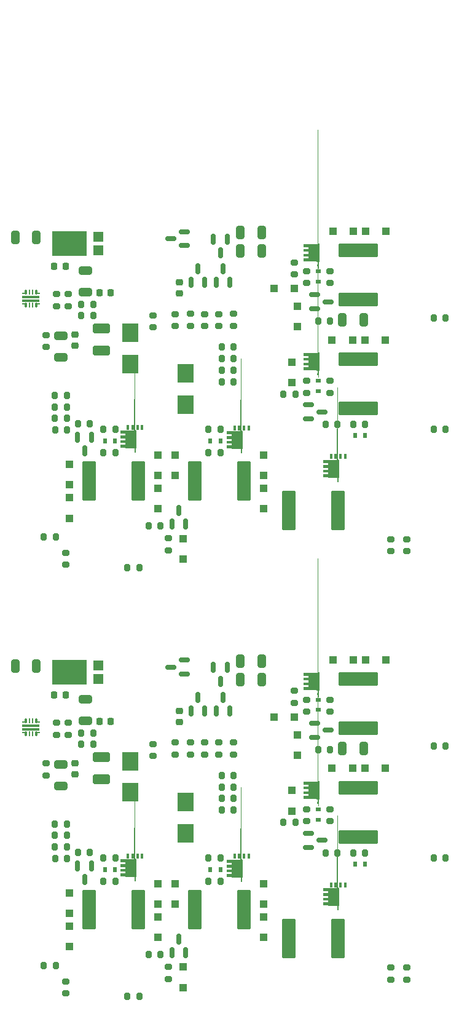
<source format=gbr>
%TF.GenerationSoftware,KiCad,Pcbnew,8.0.2+dfsg-1*%
%TF.CreationDate,2024-06-03T21:11:43+01:00*%
%TF.ProjectId,panel,70616e65-6c2e-46b6-9963-61645f706362,rev?*%
%TF.SameCoordinates,Original*%
%TF.FileFunction,Paste,Bot*%
%TF.FilePolarity,Positive*%
%FSLAX46Y46*%
G04 Gerber Fmt 4.6, Leading zero omitted, Abs format (unit mm)*
G04 Created by KiCad (PCBNEW 8.0.2+dfsg-1) date 2024-06-03 21:11:43*
%MOMM*%
%LPD*%
G01*
G04 APERTURE LIST*
G04 Aperture macros list*
%AMRoundRect*
0 Rectangle with rounded corners*
0 $1 Rounding radius*
0 $2 $3 $4 $5 $6 $7 $8 $9 X,Y pos of 4 corners*
0 Add a 4 corners polygon primitive as box body*
4,1,4,$2,$3,$4,$5,$6,$7,$8,$9,$2,$3,0*
0 Add four circle primitives for the rounded corners*
1,1,$1+$1,$2,$3*
1,1,$1+$1,$4,$5*
1,1,$1+$1,$6,$7*
1,1,$1+$1,$8,$9*
0 Add four rect primitives between the rounded corners*
20,1,$1+$1,$2,$3,$4,$5,0*
20,1,$1+$1,$4,$5,$6,$7,0*
20,1,$1+$1,$6,$7,$8,$9,0*
20,1,$1+$1,$8,$9,$2,$3,0*%
%AMFreePoly0*
4,1,5,0.202500,-0.377500,-0.202500,-0.377500,-0.202500,0.377500,0.202500,0.377500,0.202500,-0.377500,0.202500,-0.377500,$1*%
%AMFreePoly1*
4,1,53,0.118849,1.240000,0.127973,1.217973,0.150000,1.208849,0.168849,1.208849,0.168849,-1.228849,0.150000,-1.228849,0.127973,-1.237973,0.118849,-1.260000,0.118849,-1.828849,-0.118849,-1.828849,-0.118849,-1.260000,-0.127973,-1.237973,-0.150000,-1.228849,-1.318849,-1.228849,-1.318849,-1.210000,-1.327973,-1.187973,-1.350000,-1.178849,-2.018849,-1.178849,-2.018849,-0.791151,-1.350000,-0.791151,
-1.327973,-0.782027,-1.318849,-0.760000,-1.318849,-0.560000,-1.327973,-0.537973,-1.350000,-0.528849,-2.018849,-0.528849,-2.018849,-0.141151,-1.350000,-0.141151,-1.327973,-0.132027,-1.318849,-0.110000,-1.318849,0.090000,-1.327973,0.112027,-1.350000,0.121151,-2.018849,0.121151,-2.018849,0.508849,-1.350000,0.508849,-1.327973,0.517973,-1.318849,0.540000,-1.318849,0.740000,-1.327973,0.762027,
-1.350000,0.771151,-2.018849,0.771151,-2.018849,1.158849,-1.350000,1.158849,-1.327973,1.167973,-1.318849,1.190000,-1.318849,1.208849,-0.150000,1.208849,-0.127973,1.217973,-0.118849,1.240000,-0.118849,1.808849,0.118849,1.808849,0.118849,1.240000,0.118849,1.240000,$1*%
G04 Aperture macros list end*
%ADD10FreePoly0,270.000000*%
%ADD11FreePoly1,180.000000*%
%ADD12RoundRect,0.200000X-0.200000X-0.275000X0.200000X-0.275000X0.200000X0.275000X-0.200000X0.275000X0*%
%ADD13RoundRect,0.200000X0.200000X0.275000X-0.200000X0.275000X-0.200000X-0.275000X0.200000X-0.275000X0*%
%ADD14R,0.600000X0.700000*%
%ADD15RoundRect,0.150000X0.150000X-0.587500X0.150000X0.587500X-0.150000X0.587500X-0.150000X-0.587500X0*%
%ADD16RoundRect,0.200000X-0.275000X0.200000X-0.275000X-0.200000X0.275000X-0.200000X0.275000X0.200000X0*%
%ADD17FreePoly0,180.000000*%
%ADD18FreePoly1,90.000000*%
%ADD19RoundRect,0.200000X0.275000X-0.200000X0.275000X0.200000X-0.275000X0.200000X-0.275000X-0.200000X0*%
%ADD20R,1.100000X1.100000*%
%ADD21RoundRect,0.250000X-0.325000X-0.650000X0.325000X-0.650000X0.325000X0.650000X-0.325000X0.650000X0*%
%ADD22RoundRect,0.150000X0.587500X0.150000X-0.587500X0.150000X-0.587500X-0.150000X0.587500X-0.150000X0*%
%ADD23RoundRect,0.225000X0.225000X0.250000X-0.225000X0.250000X-0.225000X-0.250000X0.225000X-0.250000X0*%
%ADD24RoundRect,0.250000X-2.475000X0.712500X-2.475000X-0.712500X2.475000X-0.712500X2.475000X0.712500X0*%
%ADD25R,2.300000X2.500000*%
%ADD26RoundRect,0.225000X-0.250000X0.225000X-0.250000X-0.225000X0.250000X-0.225000X0.250000X0.225000X0*%
%ADD27R,4.860000X3.360000*%
%ADD28R,1.400000X1.390000*%
%ADD29RoundRect,0.050000X0.100000X-0.250000X0.100000X0.250000X-0.100000X0.250000X-0.100000X-0.250000X0*%
%ADD30RoundRect,0.050000X0.275000X-0.075000X0.275000X0.075000X-0.275000X0.075000X-0.275000X-0.075000X0*%
%ADD31RoundRect,0.050000X0.075000X-0.250000X0.075000X0.250000X-0.075000X0.250000X-0.075000X-0.250000X0*%
%ADD32RoundRect,0.050000X1.150000X-0.100000X1.150000X0.100000X-1.150000X0.100000X-1.150000X-0.100000X0*%
%ADD33RoundRect,0.250000X-0.712500X-2.475000X0.712500X-2.475000X0.712500X2.475000X-0.712500X2.475000X0*%
%ADD34RoundRect,0.150000X-0.150000X0.587500X-0.150000X-0.587500X0.150000X-0.587500X0.150000X0.587500X0*%
%ADD35RoundRect,0.250000X-0.650000X0.325000X-0.650000X-0.325000X0.650000X-0.325000X0.650000X0.325000X0*%
%ADD36RoundRect,0.150000X-0.587500X-0.150000X0.587500X-0.150000X0.587500X0.150000X-0.587500X0.150000X0*%
%ADD37RoundRect,0.250000X-0.925000X0.412500X-0.925000X-0.412500X0.925000X-0.412500X0.925000X0.412500X0*%
%ADD38RoundRect,0.250000X0.650000X-0.325000X0.650000X0.325000X-0.650000X0.325000X-0.650000X-0.325000X0*%
%ADD39RoundRect,0.225000X-0.225000X-0.250000X0.225000X-0.250000X0.225000X0.250000X-0.225000X0.250000X0*%
%ADD40RoundRect,0.250000X0.325000X0.650000X-0.325000X0.650000X-0.325000X-0.650000X0.325000X-0.650000X0*%
%ADD41RoundRect,0.250000X0.712500X2.475000X-0.712500X2.475000X-0.712500X-2.475000X0.712500X-2.475000X0*%
%ADD42R,0.700000X0.600000*%
G04 APERTURE END LIST*
D10*
%TO.C,Q7*%
X159250000Y-96275000D03*
D11*
X160900000Y-97260000D03*
D10*
X159250000Y-96925000D03*
X159250000Y-97575000D03*
X159250000Y-98225000D03*
%TD*%
D12*
%TO.C,R27*%
X147575000Y-110200000D03*
X149225000Y-110200000D03*
%TD*%
D13*
%TO.C,R22*%
X162525000Y-106700000D03*
X160875000Y-106700000D03*
%TD*%
D14*
%TO.C,D6*%
X165950000Y-122400000D03*
X167350000Y-122400000D03*
%TD*%
D15*
%TO.C,D33*%
X145250000Y-101337500D03*
X143350000Y-101337500D03*
X144300000Y-99462500D03*
%TD*%
D16*
%TO.C,R3*%
X159300000Y-114875000D03*
X159300000Y-116525000D03*
%TD*%
%TO.C,R36*%
X141200000Y-46687500D03*
X141200000Y-48337500D03*
%TD*%
D17*
%TO.C,Q2*%
X136625000Y-62300000D03*
D18*
X135640000Y-63950000D03*
D17*
X135975000Y-62300000D03*
X135325000Y-62300000D03*
X134675000Y-62300000D03*
%TD*%
D19*
%TO.C,R7*%
X162500000Y-116525000D03*
X162500000Y-114875000D03*
%TD*%
D12*
%TO.C,R6*%
X131275000Y-65800000D03*
X132925000Y-65800000D03*
%TD*%
D20*
%TO.C,D10*%
X138800000Y-70700000D03*
X138800000Y-73500000D03*
%TD*%
D13*
%TO.C,R12*%
X163525000Y-61900000D03*
X161875000Y-61900000D03*
%TD*%
D14*
%TO.C,D2*%
X131500000Y-64200000D03*
X132900000Y-64200000D03*
%TD*%
D20*
%TO.C,D28*%
X158000000Y-45600000D03*
X158000000Y-48400000D03*
%TD*%
D13*
%TO.C,R16*%
X178425000Y-47200000D03*
X176775000Y-47200000D03*
%TD*%
%TO.C,R2*%
X132925000Y-121600000D03*
X131275000Y-121600000D03*
%TD*%
D21*
%TO.C,C12*%
X164225000Y-47500000D03*
X167175000Y-47500000D03*
%TD*%
D20*
%TO.C,D22*%
X162900000Y-35300000D03*
X165700000Y-35300000D03*
%TD*%
D16*
%TO.C,R36*%
X141200000Y-105687500D03*
X141200000Y-107337500D03*
%TD*%
D22*
%TO.C,D35*%
X142437500Y-35350000D03*
X142437500Y-37250000D03*
X140562500Y-36300000D03*
%TD*%
D21*
%TO.C,C10*%
X119125000Y-95125000D03*
X122075000Y-95125000D03*
%TD*%
D14*
%TO.C,D17*%
X146000000Y-64200000D03*
X147400000Y-64200000D03*
%TD*%
D20*
%TO.C,D23*%
X153350000Y-70700000D03*
X153350000Y-73500000D03*
%TD*%
D13*
%TO.C,R12*%
X163525000Y-120900000D03*
X161875000Y-120900000D03*
%TD*%
D23*
%TO.C,C17*%
X126075000Y-99100000D03*
X124525000Y-99100000D03*
%TD*%
D19*
%TO.C,R23*%
X173100000Y-79325000D03*
X173100000Y-77675000D03*
%TD*%
D15*
%TO.C,Q8*%
X142650000Y-134637500D03*
X140750000Y-134637500D03*
X141700000Y-132762500D03*
%TD*%
D24*
%TO.C,F3*%
X166400000Y-111912500D03*
X166400000Y-118687500D03*
%TD*%
D12*
%TO.C,R8*%
X165700000Y-61900000D03*
X167350000Y-61900000D03*
%TD*%
D20*
%TO.C,D25*%
X141200000Y-66100000D03*
X141200000Y-68900000D03*
%TD*%
D25*
%TO.C,D7*%
X142600000Y-118150000D03*
X142600000Y-113850000D03*
%TD*%
D19*
%TO.C,R20*%
X157600000Y-100225000D03*
X157600000Y-98575000D03*
%TD*%
D20*
%TO.C,D28*%
X158000000Y-104600000D03*
X158000000Y-107400000D03*
%TD*%
D26*
%TO.C,C7*%
X141800000Y-101325000D03*
X141800000Y-102875000D03*
%TD*%
D20*
%TO.C,D9*%
X162800000Y-50250000D03*
X165600000Y-50250000D03*
%TD*%
%TO.C,D23*%
X153350000Y-129700000D03*
X153350000Y-132500000D03*
%TD*%
D15*
%TO.C,Q8*%
X142650000Y-75637500D03*
X140750000Y-75637500D03*
X141700000Y-73762500D03*
%TD*%
D14*
%TO.C,D6*%
X165950000Y-63400000D03*
X167350000Y-63400000D03*
%TD*%
D27*
%TO.C,D36*%
X126580000Y-37000000D03*
D28*
X130562000Y-36080000D03*
X130562000Y-37920000D03*
%TD*%
D29*
%TO.C,U3*%
X122000000Y-104500000D03*
D30*
X122175000Y-104325000D03*
D31*
X121525000Y-104500000D03*
X121075000Y-104500000D03*
D29*
X120600000Y-104500000D03*
D30*
X120425000Y-104325000D03*
D32*
X121300000Y-103850000D03*
X121300000Y-103350000D03*
D30*
X120425000Y-102875000D03*
D29*
X120600000Y-102700000D03*
D31*
X121075000Y-102700000D03*
X121525000Y-102700000D03*
D30*
X122175000Y-102875000D03*
D29*
X122000000Y-102700000D03*
%TD*%
D16*
%TO.C,R35*%
X143300000Y-46675000D03*
X143300000Y-48325000D03*
%TD*%
D20*
%TO.C,D13*%
X157300000Y-112300000D03*
X157300000Y-115100000D03*
%TD*%
D13*
%TO.C,R2*%
X132925000Y-62600000D03*
X131275000Y-62600000D03*
%TD*%
D16*
%TO.C,R37*%
X138100000Y-105875000D03*
X138100000Y-107525000D03*
%TD*%
D20*
%TO.C,D26*%
X154800000Y-43200000D03*
X157600000Y-43200000D03*
%TD*%
D33*
%TO.C,F1*%
X156812500Y-132700000D03*
X163587500Y-132700000D03*
%TD*%
D34*
%TO.C,D34*%
X146450000Y-36362500D03*
X148350000Y-36362500D03*
X147400000Y-38237500D03*
%TD*%
D12*
%TO.C,R17*%
X145775000Y-65800000D03*
X147425000Y-65800000D03*
%TD*%
D20*
%TO.C,D26*%
X154800000Y-102200000D03*
X157600000Y-102200000D03*
%TD*%
%TO.C,D21*%
X153350000Y-66100000D03*
X153350000Y-68900000D03*
%TD*%
D13*
%TO.C,R19*%
X136225000Y-81600000D03*
X134575000Y-81600000D03*
%TD*%
D35*
%TO.C,C20*%
X125400000Y-108725000D03*
X125400000Y-111675000D03*
%TD*%
D19*
%TO.C,R45*%
X126400000Y-104625000D03*
X126400000Y-102975000D03*
%TD*%
D13*
%TO.C,R10*%
X157725000Y-57700000D03*
X156075000Y-57700000D03*
%TD*%
D16*
%TO.C,R32*%
X149200000Y-46675000D03*
X149200000Y-48325000D03*
%TD*%
D36*
%TO.C,Q9*%
X160362500Y-104950000D03*
X160362500Y-103050000D03*
X162237500Y-104000000D03*
%TD*%
D19*
%TO.C,R18*%
X162500000Y-101425000D03*
X162500000Y-99775000D03*
%TD*%
D17*
%TO.C,Q6*%
X151300000Y-62350000D03*
D18*
X150315000Y-64000000D03*
D17*
X150650000Y-62350000D03*
X150000000Y-62350000D03*
X149350000Y-62350000D03*
%TD*%
D20*
%TO.C,D13*%
X157300000Y-53300000D03*
X157300000Y-56100000D03*
%TD*%
D16*
%TO.C,R32*%
X149200000Y-105675000D03*
X149200000Y-107325000D03*
%TD*%
D37*
%TO.C,C13*%
X131000000Y-107662500D03*
X131000000Y-110737500D03*
%TD*%
D19*
%TO.C,R23*%
X173100000Y-138325000D03*
X173100000Y-136675000D03*
%TD*%
D16*
%TO.C,R34*%
X145200000Y-105687500D03*
X145200000Y-107337500D03*
%TD*%
D25*
%TO.C,D16*%
X135000000Y-108250000D03*
X135000000Y-112550000D03*
%TD*%
D13*
%TO.C,R11*%
X129425000Y-61800000D03*
X127775000Y-61800000D03*
%TD*%
D12*
%TO.C,R26*%
X147575000Y-111800000D03*
X149225000Y-111800000D03*
%TD*%
%TO.C,R21*%
X137525000Y-75850000D03*
X139175000Y-75850000D03*
%TD*%
%TO.C,R25*%
X147575000Y-113400000D03*
X149225000Y-113400000D03*
%TD*%
D10*
%TO.C,Q7*%
X159250000Y-37275000D03*
D11*
X160900000Y-38260000D03*
D10*
X159250000Y-37925000D03*
X159250000Y-38575000D03*
X159250000Y-39225000D03*
%TD*%
D20*
%TO.C,D25*%
X141200000Y-125100000D03*
X141200000Y-127900000D03*
%TD*%
D33*
%TO.C,F1*%
X156812500Y-73700000D03*
X163587500Y-73700000D03*
%TD*%
D21*
%TO.C,C12*%
X164225000Y-106500000D03*
X167175000Y-106500000D03*
%TD*%
D19*
%TO.C,R15*%
X140200000Y-79225000D03*
X140200000Y-77575000D03*
%TD*%
D24*
%TO.C,F5*%
X166400000Y-96912500D03*
X166400000Y-103687500D03*
%TD*%
D16*
%TO.C,R37*%
X138100000Y-46875000D03*
X138100000Y-48525000D03*
%TD*%
D36*
%TO.C,Q5*%
X159512500Y-61100000D03*
X159512500Y-59200000D03*
X161387500Y-60150000D03*
%TD*%
D38*
%TO.C,C19*%
X128800000Y-102675000D03*
X128800000Y-99725000D03*
%TD*%
D13*
%TO.C,R19*%
X136225000Y-140600000D03*
X134575000Y-140600000D03*
%TD*%
D37*
%TO.C,C13*%
X131000000Y-48662500D03*
X131000000Y-51737500D03*
%TD*%
D20*
%TO.C,D11*%
X167350000Y-50250000D03*
X170150000Y-50250000D03*
%TD*%
D16*
%TO.C,R42*%
X124850000Y-43975000D03*
X124850000Y-45625000D03*
%TD*%
D12*
%TO.C,R25*%
X147575000Y-54400000D03*
X149225000Y-54400000D03*
%TD*%
D24*
%TO.C,F5*%
X166400000Y-37912500D03*
X166400000Y-44687500D03*
%TD*%
D26*
%TO.C,C7*%
X141800000Y-42325000D03*
X141800000Y-43875000D03*
%TD*%
D39*
%TO.C,C24*%
X130725000Y-102750000D03*
X132275000Y-102750000D03*
%TD*%
D20*
%TO.C,D24*%
X167400000Y-35300000D03*
X170200000Y-35300000D03*
%TD*%
D27*
%TO.C,D36*%
X126580000Y-96000000D03*
D28*
X130562000Y-95080000D03*
X130562000Y-96920000D03*
%TD*%
D12*
%TO.C,R24*%
X147575000Y-56000000D03*
X149225000Y-56000000D03*
%TD*%
D19*
%TO.C,R45*%
X126400000Y-45625000D03*
X126400000Y-43975000D03*
%TD*%
D40*
%TO.C,C2*%
X153075000Y-38000000D03*
X150125000Y-38000000D03*
%TD*%
D20*
%TO.C,D14*%
X126600000Y-72000000D03*
X126600000Y-74800000D03*
%TD*%
D40*
%TO.C,C4*%
X153075000Y-94500000D03*
X150125000Y-94500000D03*
%TD*%
D13*
%TO.C,R5*%
X178425000Y-62600000D03*
X176775000Y-62600000D03*
%TD*%
D16*
%TO.C,R14*%
X159300000Y-99775000D03*
X159300000Y-101425000D03*
%TD*%
D20*
%TO.C,D12*%
X126600000Y-126400000D03*
X126600000Y-129200000D03*
%TD*%
%TO.C,D12*%
X126600000Y-67400000D03*
X126600000Y-70200000D03*
%TD*%
%TO.C,D10*%
X138800000Y-129700000D03*
X138800000Y-132500000D03*
%TD*%
D13*
%TO.C,R10*%
X157725000Y-116700000D03*
X156075000Y-116700000D03*
%TD*%
D23*
%TO.C,C17*%
X126075000Y-40100000D03*
X124525000Y-40100000D03*
%TD*%
D13*
%TO.C,R31*%
X126275000Y-62625000D03*
X124625000Y-62625000D03*
%TD*%
D20*
%TO.C,D27*%
X142275000Y-136600000D03*
X142275000Y-139400000D03*
%TD*%
D19*
%TO.C,R4*%
X126100000Y-81225000D03*
X126100000Y-79575000D03*
%TD*%
%TO.C,R18*%
X162500000Y-42425000D03*
X162500000Y-40775000D03*
%TD*%
D13*
%TO.C,R22*%
X162525000Y-47700000D03*
X160875000Y-47700000D03*
%TD*%
D15*
%TO.C,D32*%
X148750000Y-42337500D03*
X146850000Y-42337500D03*
X147800000Y-40462500D03*
%TD*%
D12*
%TO.C,R8*%
X165700000Y-120900000D03*
X167350000Y-120900000D03*
%TD*%
D13*
%TO.C,R30*%
X126250000Y-61050000D03*
X124600000Y-61050000D03*
%TD*%
D17*
%TO.C,Q1*%
X164600000Y-125292500D03*
D18*
X163615000Y-126942500D03*
D17*
X163950000Y-125292500D03*
X163300000Y-125292500D03*
X162650000Y-125292500D03*
%TD*%
D41*
%TO.C,F2*%
X136087500Y-128700000D03*
X129312500Y-128700000D03*
%TD*%
D16*
%TO.C,R3*%
X159300000Y-55875000D03*
X159300000Y-57525000D03*
%TD*%
D20*
%TO.C,D8*%
X138800000Y-125100000D03*
X138800000Y-127900000D03*
%TD*%
D13*
%TO.C,R16*%
X178425000Y-106200000D03*
X176775000Y-106200000D03*
%TD*%
D34*
%TO.C,Q4*%
X127750000Y-63662500D03*
X129650000Y-63662500D03*
X128700000Y-65537500D03*
%TD*%
D20*
%TO.C,D11*%
X167350000Y-109250000D03*
X170150000Y-109250000D03*
%TD*%
D16*
%TO.C,R33*%
X147200000Y-46687500D03*
X147200000Y-48337500D03*
%TD*%
D19*
%TO.C,R4*%
X126100000Y-140225000D03*
X126100000Y-138575000D03*
%TD*%
D15*
%TO.C,D33*%
X145250000Y-42337500D03*
X143350000Y-42337500D03*
X144300000Y-40462500D03*
%TD*%
D13*
%TO.C,R5*%
X178425000Y-121600000D03*
X176775000Y-121600000D03*
%TD*%
D41*
%TO.C,F4*%
X150637500Y-128700000D03*
X143862500Y-128700000D03*
%TD*%
D34*
%TO.C,D34*%
X146450000Y-95362500D03*
X148350000Y-95362500D03*
X147400000Y-97237500D03*
%TD*%
D13*
%TO.C,R13*%
X147425000Y-62600000D03*
X145775000Y-62600000D03*
%TD*%
D41*
%TO.C,F4*%
X150637500Y-69700000D03*
X143862500Y-69700000D03*
%TD*%
D22*
%TO.C,D35*%
X142437500Y-94350000D03*
X142437500Y-96250000D03*
X140562500Y-95300000D03*
%TD*%
D16*
%TO.C,R42*%
X124850000Y-102975000D03*
X124850000Y-104625000D03*
%TD*%
D12*
%TO.C,R26*%
X147575000Y-52800000D03*
X149225000Y-52800000D03*
%TD*%
D24*
%TO.C,F3*%
X166400000Y-52912500D03*
X166400000Y-59687500D03*
%TD*%
D19*
%TO.C,R20*%
X157600000Y-41225000D03*
X157600000Y-39575000D03*
%TD*%
D13*
%TO.C,R43*%
X129875000Y-105900000D03*
X128225000Y-105900000D03*
%TD*%
D19*
%TO.C,R1*%
X170900000Y-79325000D03*
X170900000Y-77675000D03*
%TD*%
D20*
%TO.C,D8*%
X138800000Y-66100000D03*
X138800000Y-68900000D03*
%TD*%
D19*
%TO.C,R46*%
X123400000Y-110225000D03*
X123400000Y-108575000D03*
%TD*%
D42*
%TO.C,D3*%
X160900000Y-116300000D03*
X160900000Y-114900000D03*
%TD*%
D13*
%TO.C,R38*%
X126250000Y-116875000D03*
X124600000Y-116875000D03*
%TD*%
D40*
%TO.C,C4*%
X153075000Y-35500000D03*
X150125000Y-35500000D03*
%TD*%
D29*
%TO.C,U3*%
X122000000Y-45500000D03*
D30*
X122175000Y-45325000D03*
D31*
X121525000Y-45500000D03*
X121075000Y-45500000D03*
D29*
X120600000Y-45500000D03*
D30*
X120425000Y-45325000D03*
D32*
X121300000Y-44850000D03*
X121300000Y-44350000D03*
D30*
X120425000Y-43875000D03*
D29*
X120600000Y-43700000D03*
D31*
X121075000Y-43700000D03*
X121525000Y-43700000D03*
D30*
X122175000Y-43875000D03*
D29*
X122000000Y-43700000D03*
%TD*%
D20*
%TO.C,D21*%
X153350000Y-125100000D03*
X153350000Y-127900000D03*
%TD*%
D14*
%TO.C,D17*%
X146000000Y-123200000D03*
X147400000Y-123200000D03*
%TD*%
D13*
%TO.C,R41*%
X129875000Y-45350000D03*
X128225000Y-45350000D03*
%TD*%
D12*
%TO.C,R27*%
X147575000Y-51200000D03*
X149225000Y-51200000D03*
%TD*%
D16*
%TO.C,R33*%
X147200000Y-105687500D03*
X147200000Y-107337500D03*
%TD*%
D20*
%TO.C,D14*%
X126600000Y-131000000D03*
X126600000Y-133800000D03*
%TD*%
D19*
%TO.C,R1*%
X170900000Y-138325000D03*
X170900000Y-136675000D03*
%TD*%
D13*
%TO.C,R9*%
X124725000Y-136400000D03*
X123075000Y-136400000D03*
%TD*%
D42*
%TO.C,D18*%
X160900000Y-101200000D03*
X160900000Y-99800000D03*
%TD*%
%TO.C,D3*%
X160900000Y-57300000D03*
X160900000Y-55900000D03*
%TD*%
D20*
%TO.C,D9*%
X162800000Y-109250000D03*
X165600000Y-109250000D03*
%TD*%
D13*
%TO.C,R29*%
X126250000Y-59475000D03*
X124600000Y-59475000D03*
%TD*%
D10*
%TO.C,Q3*%
X159250000Y-111275000D03*
D11*
X160900000Y-112260000D03*
D10*
X159250000Y-111925000D03*
X159250000Y-112575000D03*
X159250000Y-113225000D03*
%TD*%
D13*
%TO.C,R43*%
X129875000Y-46900000D03*
X128225000Y-46900000D03*
%TD*%
D36*
%TO.C,Q5*%
X159512500Y-120100000D03*
X159512500Y-118200000D03*
X161387500Y-119150000D03*
%TD*%
D12*
%TO.C,R17*%
X145775000Y-124800000D03*
X147425000Y-124800000D03*
%TD*%
D41*
%TO.C,F2*%
X136087500Y-69700000D03*
X129312500Y-69700000D03*
%TD*%
D17*
%TO.C,Q1*%
X164600000Y-66292500D03*
D18*
X163615000Y-67942500D03*
D17*
X163950000Y-66292500D03*
X163300000Y-66292500D03*
X162650000Y-66292500D03*
%TD*%
D13*
%TO.C,R13*%
X147425000Y-121600000D03*
X145775000Y-121600000D03*
%TD*%
%TO.C,R41*%
X129875000Y-104350000D03*
X128225000Y-104350000D03*
%TD*%
%TO.C,R31*%
X126275000Y-121625000D03*
X124625000Y-121625000D03*
%TD*%
D19*
%TO.C,R15*%
X140200000Y-138225000D03*
X140200000Y-136575000D03*
%TD*%
D34*
%TO.C,Q4*%
X127750000Y-122662500D03*
X129650000Y-122662500D03*
X128700000Y-124537500D03*
%TD*%
D20*
%TO.C,D24*%
X167400000Y-94300000D03*
X170200000Y-94300000D03*
%TD*%
D16*
%TO.C,R34*%
X145200000Y-46687500D03*
X145200000Y-48337500D03*
%TD*%
D38*
%TO.C,C19*%
X128800000Y-43675000D03*
X128800000Y-40725000D03*
%TD*%
D14*
%TO.C,D2*%
X131500000Y-123200000D03*
X132900000Y-123200000D03*
%TD*%
D20*
%TO.C,D27*%
X142275000Y-77600000D03*
X142275000Y-80400000D03*
%TD*%
D26*
%TO.C,C9*%
X127400000Y-49525000D03*
X127400000Y-51075000D03*
%TD*%
D36*
%TO.C,Q9*%
X160362500Y-45950000D03*
X160362500Y-44050000D03*
X162237500Y-45000000D03*
%TD*%
D12*
%TO.C,R21*%
X137525000Y-134850000D03*
X139175000Y-134850000D03*
%TD*%
D15*
%TO.C,D32*%
X148750000Y-101337500D03*
X146850000Y-101337500D03*
X147800000Y-99462500D03*
%TD*%
D13*
%TO.C,R11*%
X129425000Y-120800000D03*
X127775000Y-120800000D03*
%TD*%
D35*
%TO.C,C20*%
X125400000Y-49725000D03*
X125400000Y-52675000D03*
%TD*%
D20*
%TO.C,D22*%
X162900000Y-94300000D03*
X165700000Y-94300000D03*
%TD*%
D40*
%TO.C,C2*%
X153075000Y-97000000D03*
X150125000Y-97000000D03*
%TD*%
D13*
%TO.C,R38*%
X126250000Y-57875000D03*
X124600000Y-57875000D03*
%TD*%
D16*
%TO.C,R35*%
X143300000Y-105675000D03*
X143300000Y-107325000D03*
%TD*%
D19*
%TO.C,R7*%
X162500000Y-57525000D03*
X162500000Y-55875000D03*
%TD*%
D26*
%TO.C,C9*%
X127400000Y-108525000D03*
X127400000Y-110075000D03*
%TD*%
D16*
%TO.C,R14*%
X159300000Y-40775000D03*
X159300000Y-42425000D03*
%TD*%
D10*
%TO.C,Q3*%
X159250000Y-52275000D03*
D11*
X160900000Y-53260000D03*
D10*
X159250000Y-52925000D03*
X159250000Y-53575000D03*
X159250000Y-54225000D03*
%TD*%
D42*
%TO.C,D18*%
X160900000Y-42200000D03*
X160900000Y-40800000D03*
%TD*%
D21*
%TO.C,C10*%
X119125000Y-36125000D03*
X122075000Y-36125000D03*
%TD*%
D19*
%TO.C,R46*%
X123400000Y-51225000D03*
X123400000Y-49575000D03*
%TD*%
D39*
%TO.C,C24*%
X130725000Y-43750000D03*
X132275000Y-43750000D03*
%TD*%
D17*
%TO.C,Q6*%
X151300000Y-121350000D03*
D18*
X150315000Y-123000000D03*
D17*
X150650000Y-121350000D03*
X150000000Y-121350000D03*
X149350000Y-121350000D03*
%TD*%
D13*
%TO.C,R30*%
X126250000Y-120050000D03*
X124600000Y-120050000D03*
%TD*%
D25*
%TO.C,D16*%
X135000000Y-49250000D03*
X135000000Y-53550000D03*
%TD*%
D12*
%TO.C,R6*%
X131275000Y-124800000D03*
X132925000Y-124800000D03*
%TD*%
%TO.C,R24*%
X147575000Y-115000000D03*
X149225000Y-115000000D03*
%TD*%
D17*
%TO.C,Q2*%
X136625000Y-121300000D03*
D18*
X135640000Y-122950000D03*
D17*
X135975000Y-121300000D03*
X135325000Y-121300000D03*
X134675000Y-121300000D03*
%TD*%
D13*
%TO.C,R9*%
X124725000Y-77400000D03*
X123075000Y-77400000D03*
%TD*%
%TO.C,R29*%
X126250000Y-118475000D03*
X124600000Y-118475000D03*
%TD*%
D25*
%TO.C,D7*%
X142600000Y-59150000D03*
X142600000Y-54850000D03*
%TD*%
M02*

</source>
